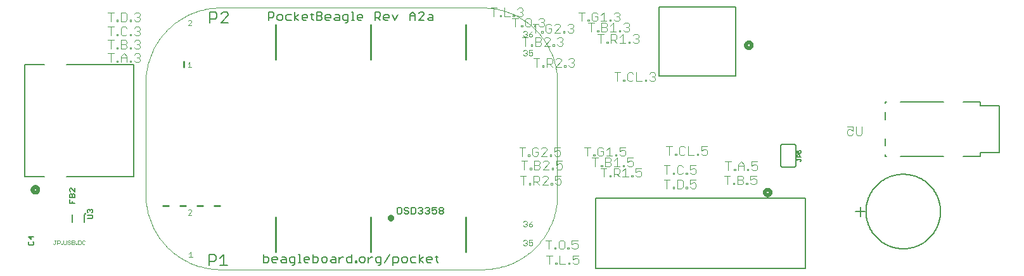
<source format=gbr>
G04 EAGLE Gerber RS-274X export*
G75*
%MOMM*%
%FSLAX34Y34*%
%LPD*%
%INSilkscreen Top*%
%IPPOS*%
%AMOC8*
5,1,8,0,0,1.08239X$1,22.5*%
G01*
%ADD10C,0.152400*%
%ADD11C,0.000000*%
%ADD12C,0.203200*%
%ADD13C,0.254000*%
%ADD14C,0.500000*%
%ADD15C,0.101600*%
%ADD16C,0.127000*%
%ADD17C,0.508000*%
%ADD18C,0.076200*%
%ADD19C,0.050800*%


D10*
X505464Y86621D02*
X502583Y86621D01*
X501142Y85181D01*
X501142Y79419D01*
X502583Y77978D01*
X505464Y77978D01*
X506904Y79419D01*
X506904Y85181D01*
X505464Y86621D01*
X514819Y86621D02*
X516259Y85181D01*
X514819Y86621D02*
X511938Y86621D01*
X510497Y85181D01*
X510497Y83740D01*
X511938Y82300D01*
X514819Y82300D01*
X516259Y80859D01*
X516259Y79419D01*
X514819Y77978D01*
X511938Y77978D01*
X510497Y79419D01*
X519852Y77978D02*
X519852Y86621D01*
X519852Y77978D02*
X524174Y77978D01*
X525615Y79419D01*
X525615Y85181D01*
X524174Y86621D01*
X519852Y86621D01*
X529208Y85181D02*
X530648Y86621D01*
X533529Y86621D01*
X534970Y85181D01*
X534970Y83740D01*
X533529Y82300D01*
X532089Y82300D01*
X533529Y82300D02*
X534970Y80859D01*
X534970Y79419D01*
X533529Y77978D01*
X530648Y77978D01*
X529208Y79419D01*
X538563Y85181D02*
X540003Y86621D01*
X542884Y86621D01*
X544325Y85181D01*
X544325Y83740D01*
X542884Y82300D01*
X541444Y82300D01*
X542884Y82300D02*
X544325Y80859D01*
X544325Y79419D01*
X542884Y77978D01*
X540003Y77978D01*
X538563Y79419D01*
X547918Y86621D02*
X553680Y86621D01*
X547918Y86621D02*
X547918Y82300D01*
X550799Y83740D01*
X552240Y83740D01*
X553680Y82300D01*
X553680Y79419D01*
X552240Y77978D01*
X549359Y77978D01*
X547918Y79419D01*
X557273Y85181D02*
X558714Y86621D01*
X561595Y86621D01*
X563035Y85181D01*
X563035Y83740D01*
X561595Y82300D01*
X563035Y80859D01*
X563035Y79419D01*
X561595Y77978D01*
X558714Y77978D01*
X557273Y79419D01*
X557273Y80859D01*
X558714Y82300D01*
X557273Y83740D01*
X557273Y85181D01*
X558714Y82300D02*
X561595Y82300D01*
D11*
X615100Y353810D02*
X265100Y353810D01*
X262684Y353781D01*
X260269Y353693D01*
X257857Y353547D01*
X255449Y353343D01*
X253046Y353081D01*
X250651Y352761D01*
X248264Y352383D01*
X245887Y351947D01*
X243522Y351454D01*
X241168Y350904D01*
X238829Y350298D01*
X236505Y349635D01*
X234198Y348916D01*
X231909Y348141D01*
X229640Y347312D01*
X227391Y346427D01*
X225164Y345489D01*
X222960Y344497D01*
X220781Y343453D01*
X218628Y342356D01*
X216502Y341207D01*
X214404Y340007D01*
X212336Y338757D01*
X210299Y337457D01*
X208294Y336108D01*
X206321Y334712D01*
X204384Y333268D01*
X202481Y331777D01*
X200616Y330242D01*
X198788Y328661D01*
X196998Y327037D01*
X195249Y325370D01*
X193540Y323661D01*
X191873Y321912D01*
X190249Y320122D01*
X188668Y318294D01*
X187133Y316429D01*
X185642Y314526D01*
X184198Y312589D01*
X182802Y310616D01*
X181453Y308611D01*
X180153Y306574D01*
X178903Y304506D01*
X177703Y302408D01*
X176554Y300282D01*
X175457Y298129D01*
X174413Y295950D01*
X173421Y293746D01*
X172483Y291519D01*
X171598Y289270D01*
X170769Y287001D01*
X169994Y284712D01*
X169275Y282405D01*
X168612Y280081D01*
X168006Y277742D01*
X167456Y275388D01*
X166963Y273023D01*
X166527Y270646D01*
X166149Y268259D01*
X165829Y265864D01*
X165567Y263461D01*
X165363Y261053D01*
X165217Y258641D01*
X165129Y256226D01*
X165100Y253810D01*
X165100Y103810D01*
X165129Y101394D01*
X165217Y98979D01*
X165363Y96567D01*
X165567Y94159D01*
X165829Y91756D01*
X166149Y89361D01*
X166527Y86974D01*
X166963Y84597D01*
X167456Y82232D01*
X168006Y79878D01*
X168612Y77539D01*
X169275Y75215D01*
X169994Y72908D01*
X170769Y70619D01*
X171598Y68350D01*
X172483Y66101D01*
X173421Y63874D01*
X174413Y61670D01*
X175457Y59491D01*
X176554Y57338D01*
X177703Y55212D01*
X178903Y53114D01*
X180153Y51046D01*
X181453Y49009D01*
X182802Y47004D01*
X184198Y45031D01*
X185642Y43094D01*
X187133Y41191D01*
X188668Y39326D01*
X190249Y37498D01*
X191873Y35708D01*
X193540Y33959D01*
X195249Y32250D01*
X196998Y30583D01*
X198788Y28959D01*
X200616Y27378D01*
X202481Y25843D01*
X204384Y24352D01*
X206321Y22908D01*
X208294Y21512D01*
X210299Y20163D01*
X212336Y18863D01*
X214404Y17613D01*
X216502Y16413D01*
X218628Y15264D01*
X220781Y14167D01*
X222960Y13123D01*
X225164Y12131D01*
X227391Y11193D01*
X229640Y10308D01*
X231909Y9479D01*
X234198Y8704D01*
X236505Y7985D01*
X238829Y7322D01*
X241168Y6716D01*
X243522Y6166D01*
X245887Y5673D01*
X248264Y5237D01*
X250651Y4859D01*
X253046Y4539D01*
X255449Y4277D01*
X257857Y4073D01*
X260269Y3927D01*
X262684Y3839D01*
X265100Y3810D01*
X615100Y3810D01*
X617516Y3839D01*
X619931Y3927D01*
X622343Y4073D01*
X624751Y4277D01*
X627154Y4539D01*
X629549Y4859D01*
X631936Y5237D01*
X634313Y5673D01*
X636678Y6166D01*
X639032Y6716D01*
X641371Y7322D01*
X643695Y7985D01*
X646002Y8704D01*
X648291Y9479D01*
X650560Y10308D01*
X652809Y11193D01*
X655036Y12131D01*
X657240Y13123D01*
X659419Y14167D01*
X661572Y15264D01*
X663698Y16413D01*
X665796Y17613D01*
X667864Y18863D01*
X669901Y20163D01*
X671906Y21512D01*
X673879Y22908D01*
X675816Y24352D01*
X677719Y25843D01*
X679584Y27378D01*
X681412Y28959D01*
X683202Y30583D01*
X684951Y32250D01*
X686660Y33959D01*
X688327Y35708D01*
X689951Y37498D01*
X691532Y39326D01*
X693067Y41191D01*
X694558Y43094D01*
X696002Y45031D01*
X697398Y47004D01*
X698747Y49009D01*
X700047Y51046D01*
X701297Y53114D01*
X702497Y55212D01*
X703646Y57338D01*
X704743Y59491D01*
X705787Y61670D01*
X706779Y63874D01*
X707717Y66101D01*
X708602Y68350D01*
X709431Y70619D01*
X710206Y72908D01*
X710925Y75215D01*
X711588Y77539D01*
X712194Y79878D01*
X712744Y82232D01*
X713237Y84597D01*
X713673Y86974D01*
X714051Y89361D01*
X714371Y91756D01*
X714633Y94159D01*
X714837Y96567D01*
X714983Y98979D01*
X715071Y101394D01*
X715100Y103810D01*
X715100Y253810D01*
X715071Y256226D01*
X714983Y258641D01*
X714837Y261053D01*
X714633Y263461D01*
X714371Y265864D01*
X714051Y268259D01*
X713673Y270646D01*
X713237Y273023D01*
X712744Y275388D01*
X712194Y277742D01*
X711588Y280081D01*
X710925Y282405D01*
X710206Y284712D01*
X709431Y287001D01*
X708602Y289270D01*
X707717Y291519D01*
X706779Y293746D01*
X705787Y295950D01*
X704743Y298129D01*
X703646Y300282D01*
X702497Y302408D01*
X701297Y304506D01*
X700047Y306574D01*
X698747Y308611D01*
X697398Y310616D01*
X696002Y312589D01*
X694558Y314526D01*
X693067Y316429D01*
X691532Y318294D01*
X689951Y320122D01*
X688327Y321912D01*
X686660Y323661D01*
X684951Y325370D01*
X683202Y327037D01*
X681412Y328661D01*
X679584Y330242D01*
X677719Y331777D01*
X675816Y333268D01*
X673879Y334712D01*
X671906Y336108D01*
X669901Y337457D01*
X667864Y338757D01*
X665796Y340007D01*
X663698Y341207D01*
X661572Y342356D01*
X659419Y343453D01*
X657240Y344497D01*
X655036Y345489D01*
X652809Y346427D01*
X650560Y347312D01*
X648291Y348141D01*
X646002Y348916D01*
X643695Y349635D01*
X641371Y350298D01*
X639032Y350904D01*
X636678Y351454D01*
X634313Y351947D01*
X631936Y352383D01*
X629549Y352761D01*
X627154Y353081D01*
X624751Y353343D01*
X622343Y353547D01*
X619931Y353693D01*
X617516Y353781D01*
X615100Y353810D01*
D12*
X329131Y347989D02*
X329131Y337312D01*
X329131Y347989D02*
X334469Y347989D01*
X336249Y346210D01*
X336249Y342651D01*
X334469Y340871D01*
X329131Y340871D01*
X342604Y337312D02*
X346163Y337312D01*
X347943Y339092D01*
X347943Y342651D01*
X346163Y344430D01*
X342604Y344430D01*
X340825Y342651D01*
X340825Y339092D01*
X342604Y337312D01*
X354298Y344430D02*
X359637Y344430D01*
X354298Y344430D02*
X352519Y342651D01*
X352519Y339092D01*
X354298Y337312D01*
X359637Y337312D01*
X364212Y337312D02*
X364212Y347989D01*
X364212Y340871D02*
X369551Y337312D01*
X364212Y340871D02*
X369551Y344430D01*
X375737Y337312D02*
X379296Y337312D01*
X375737Y337312D02*
X373957Y339092D01*
X373957Y342651D01*
X375737Y344430D01*
X379296Y344430D01*
X381076Y342651D01*
X381076Y340871D01*
X373957Y340871D01*
X387431Y339092D02*
X387431Y346210D01*
X387431Y339092D02*
X389210Y337312D01*
X389210Y344430D02*
X385651Y344430D01*
X393447Y347989D02*
X393447Y337312D01*
X393447Y347989D02*
X398786Y347989D01*
X400565Y346210D01*
X400565Y344430D01*
X398786Y342651D01*
X400565Y340871D01*
X400565Y339092D01*
X398786Y337312D01*
X393447Y337312D01*
X393447Y342651D02*
X398786Y342651D01*
X406921Y337312D02*
X410480Y337312D01*
X406921Y337312D02*
X405141Y339092D01*
X405141Y342651D01*
X406921Y344430D01*
X410480Y344430D01*
X412259Y342651D01*
X412259Y340871D01*
X405141Y340871D01*
X418615Y344430D02*
X422174Y344430D01*
X423953Y342651D01*
X423953Y337312D01*
X418615Y337312D01*
X416835Y339092D01*
X418615Y340871D01*
X423953Y340871D01*
X432088Y333753D02*
X433868Y333753D01*
X435647Y335533D01*
X435647Y344430D01*
X430309Y344430D01*
X428529Y342651D01*
X428529Y339092D01*
X430309Y337312D01*
X435647Y337312D01*
X440223Y347989D02*
X442003Y347989D01*
X442003Y337312D01*
X443782Y337312D02*
X440223Y337312D01*
X449799Y337312D02*
X453358Y337312D01*
X449799Y337312D02*
X448019Y339092D01*
X448019Y342651D01*
X449799Y344430D01*
X453358Y344430D01*
X455137Y342651D01*
X455137Y340871D01*
X448019Y340871D01*
X471407Y337312D02*
X471407Y347989D01*
X476746Y347989D01*
X478525Y346210D01*
X478525Y342651D01*
X476746Y340871D01*
X471407Y340871D01*
X474966Y340871D02*
X478525Y337312D01*
X484881Y337312D02*
X488440Y337312D01*
X484881Y337312D02*
X483101Y339092D01*
X483101Y342651D01*
X484881Y344430D01*
X488440Y344430D01*
X490219Y342651D01*
X490219Y340871D01*
X483101Y340871D01*
X494795Y344430D02*
X498354Y337312D01*
X501913Y344430D01*
X518183Y344430D02*
X518183Y337312D01*
X518183Y344430D02*
X521742Y347989D01*
X525301Y344430D01*
X525301Y337312D01*
X525301Y342651D02*
X518183Y342651D01*
X529877Y337312D02*
X536995Y337312D01*
X529877Y337312D02*
X536995Y344430D01*
X536995Y346210D01*
X535216Y347989D01*
X531657Y347989D01*
X529877Y346210D01*
X543350Y344430D02*
X546910Y344430D01*
X548689Y342651D01*
X548689Y337312D01*
X543350Y337312D01*
X541571Y339092D01*
X543350Y340871D01*
X548689Y340871D01*
X322309Y23885D02*
X322309Y13208D01*
X327648Y13208D01*
X329427Y14988D01*
X329427Y18547D01*
X327648Y20326D01*
X322309Y20326D01*
X335783Y13208D02*
X339342Y13208D01*
X335783Y13208D02*
X334003Y14988D01*
X334003Y18547D01*
X335783Y20326D01*
X339342Y20326D01*
X341121Y18547D01*
X341121Y16767D01*
X334003Y16767D01*
X347477Y20326D02*
X351036Y20326D01*
X352815Y18547D01*
X352815Y13208D01*
X347477Y13208D01*
X345697Y14988D01*
X347477Y16767D01*
X352815Y16767D01*
X360950Y9649D02*
X362730Y9649D01*
X364509Y11429D01*
X364509Y20326D01*
X359170Y20326D01*
X357391Y18547D01*
X357391Y14988D01*
X359170Y13208D01*
X364509Y13208D01*
X369085Y23885D02*
X370864Y23885D01*
X370864Y13208D01*
X369085Y13208D02*
X372644Y13208D01*
X378660Y13208D02*
X382219Y13208D01*
X378660Y13208D02*
X376881Y14988D01*
X376881Y18547D01*
X378660Y20326D01*
X382219Y20326D01*
X383999Y18547D01*
X383999Y16767D01*
X376881Y16767D01*
X388575Y13208D02*
X388575Y23885D01*
X388575Y13208D02*
X393913Y13208D01*
X395693Y14988D01*
X395693Y18547D01*
X393913Y20326D01*
X388575Y20326D01*
X402048Y13208D02*
X405607Y13208D01*
X407387Y14988D01*
X407387Y18547D01*
X405607Y20326D01*
X402048Y20326D01*
X400269Y18547D01*
X400269Y14988D01*
X402048Y13208D01*
X413742Y20326D02*
X417301Y20326D01*
X419081Y18547D01*
X419081Y13208D01*
X413742Y13208D01*
X411963Y14988D01*
X413742Y16767D01*
X419081Y16767D01*
X423657Y13208D02*
X423657Y20326D01*
X423657Y16767D02*
X427216Y20326D01*
X428995Y20326D01*
X440520Y23885D02*
X440520Y13208D01*
X435181Y13208D01*
X433402Y14988D01*
X433402Y18547D01*
X435181Y20326D01*
X440520Y20326D01*
X445096Y14988D02*
X445096Y13208D01*
X445096Y14988D02*
X446875Y14988D01*
X446875Y13208D01*
X445096Y13208D01*
X452722Y13208D02*
X456281Y13208D01*
X458061Y14988D01*
X458061Y18547D01*
X456281Y20326D01*
X452722Y20326D01*
X450943Y18547D01*
X450943Y14988D01*
X452722Y13208D01*
X462637Y13208D02*
X462637Y20326D01*
X462637Y16767D02*
X466196Y20326D01*
X467975Y20326D01*
X475941Y9649D02*
X477720Y9649D01*
X479500Y11429D01*
X479500Y20326D01*
X474161Y20326D01*
X472382Y18547D01*
X472382Y14988D01*
X474161Y13208D01*
X479500Y13208D01*
X484076Y13208D02*
X491194Y23885D01*
X495770Y20326D02*
X495770Y9649D01*
X495770Y20326D02*
X501108Y20326D01*
X502888Y18547D01*
X502888Y14988D01*
X501108Y13208D01*
X495770Y13208D01*
X509243Y13208D02*
X512802Y13208D01*
X514582Y14988D01*
X514582Y18547D01*
X512802Y20326D01*
X509243Y20326D01*
X507464Y18547D01*
X507464Y14988D01*
X509243Y13208D01*
X520937Y20326D02*
X526276Y20326D01*
X520937Y20326D02*
X519158Y18547D01*
X519158Y14988D01*
X520937Y13208D01*
X526276Y13208D01*
X530851Y13208D02*
X530851Y23885D01*
X530851Y16767D02*
X536190Y13208D01*
X530851Y16767D02*
X536190Y20326D01*
X542376Y13208D02*
X545935Y13208D01*
X542376Y13208D02*
X540596Y14988D01*
X540596Y18547D01*
X542376Y20326D01*
X545935Y20326D01*
X547715Y18547D01*
X547715Y16767D01*
X540596Y16767D01*
X554070Y14988D02*
X554070Y22106D01*
X554070Y14988D02*
X555849Y13208D01*
X555849Y20326D02*
X552290Y20326D01*
D13*
X338582Y27432D02*
X338582Y73914D01*
X338582Y284988D02*
X338582Y331470D01*
X465582Y73914D02*
X465582Y27432D01*
X592582Y27432D02*
X592582Y73914D01*
X465582Y284988D02*
X465582Y331470D01*
X592582Y331470D02*
X592582Y284988D01*
D12*
X249466Y23888D02*
X249466Y9398D01*
X249466Y23888D02*
X256711Y23888D01*
X259126Y21473D01*
X259126Y16643D01*
X256711Y14228D01*
X249466Y14228D01*
X264668Y19058D02*
X269498Y23888D01*
X269498Y9398D01*
X264668Y9398D02*
X274328Y9398D01*
X250736Y333756D02*
X250736Y348246D01*
X257981Y348246D01*
X260396Y345831D01*
X260396Y341001D01*
X257981Y338586D01*
X250736Y338586D01*
X265938Y333756D02*
X275598Y333756D01*
X265938Y333756D02*
X275598Y343416D01*
X275598Y345831D01*
X273183Y348246D01*
X268353Y348246D01*
X265938Y345831D01*
D13*
X218440Y88900D02*
X210820Y88900D01*
X233680Y88900D02*
X241300Y88900D01*
X195580Y88900D02*
X187960Y88900D01*
X256540Y88900D02*
X264160Y88900D01*
D14*
X490964Y72390D02*
X490966Y72474D01*
X490972Y72558D01*
X490982Y72642D01*
X490995Y72725D01*
X491013Y72807D01*
X491035Y72889D01*
X491060Y72969D01*
X491089Y73048D01*
X491122Y73126D01*
X491158Y73202D01*
X491198Y73276D01*
X491241Y73348D01*
X491287Y73418D01*
X491337Y73486D01*
X491390Y73552D01*
X491446Y73615D01*
X491505Y73675D01*
X491567Y73732D01*
X491631Y73787D01*
X491698Y73838D01*
X491767Y73886D01*
X491838Y73931D01*
X491911Y73973D01*
X491986Y74011D01*
X492063Y74045D01*
X492141Y74076D01*
X492221Y74103D01*
X492302Y74127D01*
X492384Y74146D01*
X492467Y74162D01*
X492550Y74174D01*
X492634Y74182D01*
X492718Y74186D01*
X492802Y74186D01*
X492886Y74182D01*
X492970Y74174D01*
X493053Y74162D01*
X493136Y74146D01*
X493218Y74127D01*
X493299Y74103D01*
X493379Y74076D01*
X493457Y74045D01*
X493534Y74011D01*
X493609Y73973D01*
X493682Y73931D01*
X493753Y73886D01*
X493822Y73838D01*
X493889Y73787D01*
X493953Y73732D01*
X494015Y73675D01*
X494074Y73615D01*
X494130Y73552D01*
X494183Y73486D01*
X494233Y73418D01*
X494279Y73348D01*
X494322Y73276D01*
X494362Y73202D01*
X494398Y73126D01*
X494431Y73048D01*
X494460Y72969D01*
X494485Y72889D01*
X494507Y72807D01*
X494525Y72725D01*
X494538Y72642D01*
X494548Y72558D01*
X494554Y72474D01*
X494556Y72390D01*
X494554Y72306D01*
X494548Y72222D01*
X494538Y72138D01*
X494525Y72055D01*
X494507Y71973D01*
X494485Y71891D01*
X494460Y71811D01*
X494431Y71732D01*
X494398Y71654D01*
X494362Y71578D01*
X494322Y71504D01*
X494279Y71432D01*
X494233Y71362D01*
X494183Y71294D01*
X494130Y71228D01*
X494074Y71165D01*
X494015Y71105D01*
X493953Y71048D01*
X493889Y70993D01*
X493822Y70942D01*
X493753Y70894D01*
X493682Y70849D01*
X493609Y70807D01*
X493534Y70769D01*
X493457Y70735D01*
X493379Y70704D01*
X493299Y70677D01*
X493218Y70653D01*
X493136Y70634D01*
X493053Y70618D01*
X492970Y70606D01*
X492886Y70598D01*
X492802Y70594D01*
X492718Y70594D01*
X492634Y70598D01*
X492550Y70606D01*
X492467Y70618D01*
X492384Y70634D01*
X492302Y70653D01*
X492221Y70677D01*
X492141Y70704D01*
X492063Y70735D01*
X491986Y70769D01*
X491911Y70807D01*
X491838Y70849D01*
X491767Y70894D01*
X491698Y70942D01*
X491631Y70993D01*
X491567Y71048D01*
X491505Y71105D01*
X491446Y71165D01*
X491390Y71228D01*
X491337Y71294D01*
X491287Y71362D01*
X491241Y71432D01*
X491198Y71504D01*
X491158Y71578D01*
X491122Y71654D01*
X491089Y71732D01*
X491060Y71811D01*
X491035Y71891D01*
X491013Y71973D01*
X490995Y72055D01*
X490982Y72138D01*
X490972Y72222D01*
X490966Y72306D01*
X490964Y72390D01*
D15*
X225199Y27438D02*
X222826Y25065D01*
X225199Y27438D02*
X225199Y20320D01*
X227571Y20320D02*
X222826Y20320D01*
X221556Y330200D02*
X226301Y330200D01*
X221556Y330200D02*
X226301Y334945D01*
X226301Y336132D01*
X225115Y337318D01*
X222742Y337318D01*
X221556Y336132D01*
X669798Y321146D02*
X670984Y322332D01*
X673357Y322332D01*
X674543Y321146D01*
X674543Y319959D01*
X673357Y318773D01*
X672171Y318773D01*
X673357Y318773D02*
X674543Y317587D01*
X674543Y316400D01*
X673357Y315214D01*
X670984Y315214D01*
X669798Y316400D01*
X679655Y321146D02*
X682028Y322332D01*
X679655Y321146D02*
X677282Y318773D01*
X677282Y316400D01*
X678469Y315214D01*
X680841Y315214D01*
X682028Y316400D01*
X682028Y317587D01*
X680841Y318773D01*
X677282Y318773D01*
X670984Y42932D02*
X669798Y41746D01*
X670984Y42932D02*
X673357Y42932D01*
X674543Y41746D01*
X674543Y40559D01*
X673357Y39373D01*
X672171Y39373D01*
X673357Y39373D02*
X674543Y38187D01*
X674543Y37000D01*
X673357Y35814D01*
X670984Y35814D01*
X669798Y37000D01*
X677282Y42932D02*
X682028Y42932D01*
X677282Y42932D02*
X677282Y39373D01*
X679655Y40559D01*
X680841Y40559D01*
X682028Y39373D01*
X682028Y37000D01*
X680841Y35814D01*
X678469Y35814D01*
X677282Y37000D01*
X669798Y295746D02*
X670984Y296932D01*
X673357Y296932D01*
X674543Y295746D01*
X674543Y294559D01*
X673357Y293373D01*
X672171Y293373D01*
X673357Y293373D02*
X674543Y292187D01*
X674543Y291000D01*
X673357Y289814D01*
X670984Y289814D01*
X669798Y291000D01*
X677282Y296932D02*
X682028Y296932D01*
X677282Y296932D02*
X677282Y293373D01*
X679655Y294559D01*
X680841Y294559D01*
X682028Y293373D01*
X682028Y291000D01*
X680841Y289814D01*
X678469Y289814D01*
X677282Y291000D01*
X670984Y68332D02*
X669798Y67146D01*
X670984Y68332D02*
X673357Y68332D01*
X674543Y67146D01*
X674543Y65959D01*
X673357Y64773D01*
X672171Y64773D01*
X673357Y64773D02*
X674543Y63587D01*
X674543Y62400D01*
X673357Y61214D01*
X670984Y61214D01*
X669798Y62400D01*
X679655Y67146D02*
X682028Y68332D01*
X679655Y67146D02*
X677282Y64773D01*
X677282Y62400D01*
X678469Y61214D01*
X680841Y61214D01*
X682028Y62400D01*
X682028Y63587D01*
X680841Y64773D01*
X677282Y64773D01*
X226301Y76708D02*
X221556Y76708D01*
X226301Y81453D01*
X226301Y82640D01*
X225115Y83826D01*
X222742Y83826D01*
X221556Y82640D01*
X221556Y279065D02*
X223929Y281438D01*
X223929Y274320D01*
X226301Y274320D02*
X221556Y274320D01*
D13*
X215900Y274320D02*
X215900Y281940D01*
D16*
X66730Y77390D02*
X66730Y67390D01*
X83130Y67390D02*
X83130Y77390D01*
X84130Y78590D02*
X84132Y78621D01*
X84138Y78652D01*
X84148Y78682D01*
X84161Y78710D01*
X84178Y78737D01*
X84198Y78761D01*
X84221Y78783D01*
X84246Y78801D01*
X84274Y78816D01*
X84303Y78828D01*
X84333Y78836D01*
X84364Y78840D01*
X84396Y78840D01*
X84427Y78836D01*
X84457Y78828D01*
X84486Y78816D01*
X84514Y78801D01*
X84539Y78783D01*
X84562Y78761D01*
X84582Y78737D01*
X84599Y78710D01*
X84612Y78682D01*
X84622Y78652D01*
X84628Y78621D01*
X84630Y78590D01*
X84628Y78559D01*
X84622Y78528D01*
X84612Y78498D01*
X84599Y78470D01*
X84582Y78443D01*
X84562Y78419D01*
X84539Y78397D01*
X84514Y78379D01*
X84486Y78364D01*
X84457Y78352D01*
X84427Y78344D01*
X84396Y78340D01*
X84364Y78340D01*
X84333Y78344D01*
X84303Y78352D01*
X84274Y78364D01*
X84246Y78379D01*
X84221Y78397D01*
X84198Y78419D01*
X84178Y78443D01*
X84161Y78470D01*
X84148Y78498D01*
X84138Y78528D01*
X84132Y78559D01*
X84130Y78590D01*
X87243Y72027D02*
X92963Y72027D01*
X94107Y73171D01*
X94107Y75459D01*
X92963Y76603D01*
X87243Y76603D01*
X88387Y79511D02*
X87243Y80655D01*
X87243Y82943D01*
X88387Y84087D01*
X89531Y84087D01*
X90675Y82943D01*
X90675Y81799D01*
X90675Y82943D02*
X91819Y84087D01*
X92963Y84087D01*
X94107Y82943D01*
X94107Y80655D01*
X92963Y79511D01*
X9647Y40907D02*
X8503Y39763D01*
X8503Y37475D01*
X9647Y36331D01*
X14223Y36331D01*
X15367Y37475D01*
X15367Y39763D01*
X14223Y40907D01*
X15367Y47247D02*
X8503Y47247D01*
X11935Y43815D01*
X11935Y48391D01*
X63349Y92787D02*
X70213Y92787D01*
X63349Y92787D02*
X63349Y97363D01*
X66781Y95075D02*
X66781Y92787D01*
X70213Y100271D02*
X63349Y100271D01*
X63349Y103703D01*
X64493Y104847D01*
X65637Y104847D01*
X66781Y103703D01*
X67925Y104847D01*
X69069Y104847D01*
X70213Y103703D01*
X70213Y100271D01*
X66781Y100271D02*
X66781Y103703D01*
X70213Y107755D02*
X70213Y112331D01*
X70213Y107755D02*
X65637Y112331D01*
X64493Y112331D01*
X63349Y111187D01*
X63349Y108899D01*
X64493Y107755D01*
D10*
X766572Y98806D02*
X1046988Y98806D01*
X766572Y98806D02*
X766572Y5334D01*
X1046988Y5334D01*
X1046988Y98806D01*
D17*
X999998Y106680D02*
X999996Y106802D01*
X999990Y106924D01*
X999980Y107046D01*
X999967Y107167D01*
X999949Y107288D01*
X999928Y107408D01*
X999902Y107528D01*
X999873Y107646D01*
X999841Y107764D01*
X999804Y107881D01*
X999764Y107996D01*
X999720Y108110D01*
X999672Y108222D01*
X999621Y108333D01*
X999566Y108442D01*
X999508Y108550D01*
X999446Y108655D01*
X999381Y108758D01*
X999313Y108860D01*
X999241Y108959D01*
X999167Y109055D01*
X999089Y109150D01*
X999008Y109241D01*
X998925Y109331D01*
X998839Y109417D01*
X998749Y109500D01*
X998658Y109581D01*
X998563Y109659D01*
X998467Y109733D01*
X998368Y109805D01*
X998266Y109873D01*
X998163Y109938D01*
X998058Y110000D01*
X997950Y110058D01*
X997841Y110113D01*
X997730Y110164D01*
X997618Y110212D01*
X997504Y110256D01*
X997389Y110296D01*
X997272Y110333D01*
X997154Y110365D01*
X997036Y110394D01*
X996916Y110420D01*
X996796Y110441D01*
X996675Y110459D01*
X996554Y110472D01*
X996432Y110482D01*
X996310Y110488D01*
X996188Y110490D01*
X996066Y110488D01*
X995944Y110482D01*
X995822Y110472D01*
X995701Y110459D01*
X995580Y110441D01*
X995460Y110420D01*
X995340Y110394D01*
X995222Y110365D01*
X995104Y110333D01*
X994987Y110296D01*
X994872Y110256D01*
X994758Y110212D01*
X994646Y110164D01*
X994535Y110113D01*
X994426Y110058D01*
X994318Y110000D01*
X994213Y109938D01*
X994110Y109873D01*
X994008Y109805D01*
X993909Y109733D01*
X993813Y109659D01*
X993718Y109581D01*
X993627Y109500D01*
X993537Y109417D01*
X993451Y109331D01*
X993368Y109241D01*
X993287Y109150D01*
X993209Y109055D01*
X993135Y108959D01*
X993063Y108860D01*
X992995Y108758D01*
X992930Y108655D01*
X992868Y108550D01*
X992810Y108442D01*
X992755Y108333D01*
X992704Y108222D01*
X992656Y108110D01*
X992612Y107996D01*
X992572Y107881D01*
X992535Y107764D01*
X992503Y107646D01*
X992474Y107528D01*
X992448Y107408D01*
X992427Y107288D01*
X992409Y107167D01*
X992396Y107046D01*
X992386Y106924D01*
X992380Y106802D01*
X992378Y106680D01*
X992380Y106558D01*
X992386Y106436D01*
X992396Y106314D01*
X992409Y106193D01*
X992427Y106072D01*
X992448Y105952D01*
X992474Y105832D01*
X992503Y105714D01*
X992535Y105596D01*
X992572Y105479D01*
X992612Y105364D01*
X992656Y105250D01*
X992704Y105138D01*
X992755Y105027D01*
X992810Y104918D01*
X992868Y104810D01*
X992930Y104705D01*
X992995Y104602D01*
X993063Y104500D01*
X993135Y104401D01*
X993209Y104305D01*
X993287Y104210D01*
X993368Y104119D01*
X993451Y104029D01*
X993537Y103943D01*
X993627Y103860D01*
X993718Y103779D01*
X993813Y103701D01*
X993909Y103627D01*
X994008Y103555D01*
X994110Y103487D01*
X994213Y103422D01*
X994318Y103360D01*
X994426Y103302D01*
X994535Y103247D01*
X994646Y103196D01*
X994758Y103148D01*
X994872Y103104D01*
X994987Y103064D01*
X995104Y103027D01*
X995222Y102995D01*
X995340Y102966D01*
X995460Y102940D01*
X995580Y102919D01*
X995701Y102901D01*
X995822Y102888D01*
X995944Y102878D01*
X996066Y102872D01*
X996188Y102870D01*
X996310Y102872D01*
X996432Y102878D01*
X996554Y102888D01*
X996675Y102901D01*
X996796Y102919D01*
X996916Y102940D01*
X997036Y102966D01*
X997154Y102995D01*
X997272Y103027D01*
X997389Y103064D01*
X997504Y103104D01*
X997618Y103148D01*
X997730Y103196D01*
X997841Y103247D01*
X997950Y103302D01*
X998058Y103360D01*
X998163Y103422D01*
X998266Y103487D01*
X998368Y103555D01*
X998467Y103627D01*
X998563Y103701D01*
X998658Y103779D01*
X998749Y103860D01*
X998839Y103943D01*
X998925Y104029D01*
X999008Y104119D01*
X999089Y104210D01*
X999167Y104305D01*
X999241Y104401D01*
X999313Y104500D01*
X999381Y104602D01*
X999446Y104705D01*
X999508Y104810D01*
X999566Y104918D01*
X999621Y105027D01*
X999672Y105138D01*
X999720Y105250D01*
X999764Y105364D01*
X999804Y105479D01*
X999841Y105596D01*
X999873Y105714D01*
X999902Y105832D01*
X999928Y105952D01*
X999949Y106072D01*
X999967Y106193D01*
X999980Y106314D01*
X999990Y106436D01*
X999996Y106558D01*
X999998Y106680D01*
D15*
X943287Y136548D02*
X943287Y148242D01*
X939389Y148242D02*
X947185Y148242D01*
X951083Y138497D02*
X951083Y136548D01*
X951083Y138497D02*
X953032Y138497D01*
X953032Y136548D01*
X951083Y136548D01*
X956930Y136548D02*
X956930Y144344D01*
X960828Y148242D01*
X964726Y144344D01*
X964726Y136548D01*
X964726Y142395D02*
X956930Y142395D01*
X968624Y138497D02*
X968624Y136548D01*
X968624Y138497D02*
X970573Y138497D01*
X970573Y136548D01*
X968624Y136548D01*
X974471Y148242D02*
X982267Y148242D01*
X974471Y148242D02*
X974471Y142395D01*
X978369Y144344D01*
X980318Y144344D01*
X982267Y142395D01*
X982267Y138497D01*
X980318Y136548D01*
X976420Y136548D01*
X974471Y138497D01*
X942017Y129192D02*
X942017Y117498D01*
X938119Y129192D02*
X945915Y129192D01*
X949813Y119447D02*
X949813Y117498D01*
X949813Y119447D02*
X951762Y119447D01*
X951762Y117498D01*
X949813Y117498D01*
X955660Y117498D02*
X955660Y129192D01*
X961507Y129192D01*
X963456Y127243D01*
X963456Y125294D01*
X961507Y123345D01*
X963456Y121396D01*
X963456Y119447D01*
X961507Y117498D01*
X955660Y117498D01*
X955660Y123345D02*
X961507Y123345D01*
X967354Y119447D02*
X967354Y117498D01*
X967354Y119447D02*
X969303Y119447D01*
X969303Y117498D01*
X967354Y117498D01*
X973201Y129192D02*
X980997Y129192D01*
X973201Y129192D02*
X973201Y123345D01*
X977099Y125294D01*
X979048Y125294D01*
X980997Y123345D01*
X980997Y119447D01*
X979048Y117498D01*
X975150Y117498D01*
X973201Y119447D01*
X861519Y131168D02*
X861519Y142862D01*
X857621Y142862D02*
X865417Y142862D01*
X869315Y133117D02*
X869315Y131168D01*
X869315Y133117D02*
X871264Y133117D01*
X871264Y131168D01*
X869315Y131168D01*
X881009Y142862D02*
X882958Y140913D01*
X881009Y142862D02*
X877111Y142862D01*
X875162Y140913D01*
X875162Y133117D01*
X877111Y131168D01*
X881009Y131168D01*
X882958Y133117D01*
X886856Y133117D02*
X886856Y131168D01*
X886856Y133117D02*
X888805Y133117D01*
X888805Y131168D01*
X886856Y131168D01*
X892703Y142862D02*
X900499Y142862D01*
X892703Y142862D02*
X892703Y137015D01*
X896601Y138964D01*
X898550Y138964D01*
X900499Y137015D01*
X900499Y133117D01*
X898550Y131168D01*
X894652Y131168D01*
X892703Y133117D01*
X861519Y123812D02*
X861519Y112118D01*
X857621Y123812D02*
X865417Y123812D01*
X869315Y114067D02*
X869315Y112118D01*
X869315Y114067D02*
X871264Y114067D01*
X871264Y112118D01*
X869315Y112118D01*
X875162Y112118D02*
X875162Y123812D01*
X875162Y112118D02*
X881009Y112118D01*
X882958Y114067D01*
X882958Y121863D01*
X881009Y123812D01*
X875162Y123812D01*
X886856Y114067D02*
X886856Y112118D01*
X886856Y114067D02*
X888805Y114067D01*
X888805Y112118D01*
X886856Y112118D01*
X892703Y123812D02*
X900499Y123812D01*
X892703Y123812D02*
X892703Y117965D01*
X896601Y119914D01*
X898550Y119914D01*
X900499Y117965D01*
X900499Y114067D01*
X898550Y112118D01*
X894652Y112118D01*
X892703Y114067D01*
X704527Y22512D02*
X704527Y10818D01*
X700629Y22512D02*
X708425Y22512D01*
X712323Y12767D02*
X712323Y10818D01*
X712323Y12767D02*
X714272Y12767D01*
X714272Y10818D01*
X712323Y10818D01*
X718170Y10818D02*
X718170Y22512D01*
X718170Y10818D02*
X725966Y10818D01*
X729864Y10818D02*
X729864Y12767D01*
X731813Y12767D01*
X731813Y10818D01*
X729864Y10818D01*
X735711Y22512D02*
X743507Y22512D01*
X735711Y22512D02*
X735711Y16665D01*
X739609Y18614D01*
X741558Y18614D01*
X743507Y16665D01*
X743507Y12767D01*
X741558Y10818D01*
X737660Y10818D01*
X735711Y12767D01*
X703257Y31138D02*
X703257Y42832D01*
X699359Y42832D02*
X707155Y42832D01*
X711053Y33087D02*
X711053Y31138D01*
X711053Y33087D02*
X713002Y33087D01*
X713002Y31138D01*
X711053Y31138D01*
X718849Y42832D02*
X722747Y42832D01*
X718849Y42832D02*
X716900Y40883D01*
X716900Y33087D01*
X718849Y31138D01*
X722747Y31138D01*
X724696Y33087D01*
X724696Y40883D01*
X722747Y42832D01*
X728594Y33087D02*
X728594Y31138D01*
X728594Y33087D02*
X730543Y33087D01*
X730543Y31138D01*
X728594Y31138D01*
X734441Y42832D02*
X742237Y42832D01*
X734441Y42832D02*
X734441Y36985D01*
X738339Y38934D01*
X740288Y38934D01*
X742237Y36985D01*
X742237Y33087D01*
X740288Y31138D01*
X736390Y31138D01*
X734441Y33087D01*
X864547Y156868D02*
X864547Y168562D01*
X860649Y168562D02*
X868445Y168562D01*
X872343Y158817D02*
X872343Y156868D01*
X872343Y158817D02*
X874292Y158817D01*
X874292Y156868D01*
X872343Y156868D01*
X884037Y168562D02*
X885986Y166613D01*
X884037Y168562D02*
X880139Y168562D01*
X878190Y166613D01*
X878190Y158817D01*
X880139Y156868D01*
X884037Y156868D01*
X885986Y158817D01*
X889884Y156868D02*
X889884Y168562D01*
X889884Y156868D02*
X897680Y156868D01*
X901578Y156868D02*
X901578Y158817D01*
X903527Y158817D01*
X903527Y156868D01*
X901578Y156868D01*
X907425Y168562D02*
X915221Y168562D01*
X907425Y168562D02*
X907425Y162715D01*
X911323Y164664D01*
X913272Y164664D01*
X915221Y162715D01*
X915221Y158817D01*
X913272Y156868D01*
X909374Y156868D01*
X907425Y158817D01*
X776917Y139352D02*
X776917Y127658D01*
X773019Y139352D02*
X780815Y139352D01*
X784713Y129607D02*
X784713Y127658D01*
X784713Y129607D02*
X786662Y129607D01*
X786662Y127658D01*
X784713Y127658D01*
X790560Y127658D02*
X790560Y139352D01*
X796407Y139352D01*
X798356Y137403D01*
X798356Y133505D01*
X796407Y131556D01*
X790560Y131556D01*
X794458Y131556D02*
X798356Y127658D01*
X802254Y135454D02*
X806152Y139352D01*
X806152Y127658D01*
X802254Y127658D02*
X810050Y127658D01*
X813948Y127658D02*
X813948Y129607D01*
X815897Y129607D01*
X815897Y127658D01*
X813948Y127658D01*
X819795Y139352D02*
X827591Y139352D01*
X819795Y139352D02*
X819795Y133505D01*
X823693Y135454D01*
X825642Y135454D01*
X827591Y133505D01*
X827591Y129607D01*
X825642Y127658D01*
X821744Y127658D01*
X819795Y129607D01*
X765487Y141628D02*
X765487Y153322D01*
X761589Y153322D02*
X769385Y153322D01*
X773283Y143577D02*
X773283Y141628D01*
X773283Y143577D02*
X775232Y143577D01*
X775232Y141628D01*
X773283Y141628D01*
X779130Y141628D02*
X779130Y153322D01*
X784977Y153322D01*
X786926Y151373D01*
X786926Y149424D01*
X784977Y147475D01*
X786926Y145526D01*
X786926Y143577D01*
X784977Y141628D01*
X779130Y141628D01*
X779130Y147475D02*
X784977Y147475D01*
X790824Y149424D02*
X794722Y153322D01*
X794722Y141628D01*
X790824Y141628D02*
X798620Y141628D01*
X802518Y141628D02*
X802518Y143577D01*
X804467Y143577D01*
X804467Y141628D01*
X802518Y141628D01*
X808365Y153322D02*
X816161Y153322D01*
X808365Y153322D02*
X808365Y147475D01*
X812263Y149424D01*
X814212Y149424D01*
X816161Y147475D01*
X816161Y143577D01*
X814212Y141628D01*
X810314Y141628D01*
X808365Y143577D01*
X755327Y155598D02*
X755327Y167292D01*
X751429Y167292D02*
X759225Y167292D01*
X763123Y157547D02*
X763123Y155598D01*
X763123Y157547D02*
X765072Y157547D01*
X765072Y155598D01*
X763123Y155598D01*
X774817Y167292D02*
X776766Y165343D01*
X774817Y167292D02*
X770919Y167292D01*
X768970Y165343D01*
X768970Y157547D01*
X770919Y155598D01*
X774817Y155598D01*
X776766Y157547D01*
X776766Y161445D01*
X772868Y161445D01*
X780664Y163394D02*
X784562Y167292D01*
X784562Y155598D01*
X780664Y155598D02*
X788460Y155598D01*
X792358Y155598D02*
X792358Y157547D01*
X794307Y157547D01*
X794307Y155598D01*
X792358Y155598D01*
X798205Y167292D02*
X806001Y167292D01*
X798205Y167292D02*
X798205Y161445D01*
X802103Y163394D01*
X804052Y163394D01*
X806001Y161445D01*
X806001Y157547D01*
X804052Y155598D01*
X800154Y155598D01*
X798205Y157547D01*
X669485Y128892D02*
X669485Y117198D01*
X665587Y128892D02*
X673383Y128892D01*
X677281Y119147D02*
X677281Y117198D01*
X677281Y119147D02*
X679230Y119147D01*
X679230Y117198D01*
X677281Y117198D01*
X683128Y117198D02*
X683128Y128892D01*
X688975Y128892D01*
X690924Y126943D01*
X690924Y123045D01*
X688975Y121096D01*
X683128Y121096D01*
X687026Y121096D02*
X690924Y117198D01*
X694822Y117198D02*
X702618Y117198D01*
X694822Y117198D02*
X702618Y124994D01*
X702618Y126943D01*
X700669Y128892D01*
X696771Y128892D01*
X694822Y126943D01*
X706516Y119147D02*
X706516Y117198D01*
X706516Y119147D02*
X708465Y119147D01*
X708465Y117198D01*
X706516Y117198D01*
X712363Y128892D02*
X720159Y128892D01*
X712363Y128892D02*
X712363Y123045D01*
X716261Y124994D01*
X718210Y124994D01*
X720159Y123045D01*
X720159Y119147D01*
X718210Y117198D01*
X714312Y117198D01*
X712363Y119147D01*
X670755Y137518D02*
X670755Y149212D01*
X666857Y149212D02*
X674653Y149212D01*
X678551Y139467D02*
X678551Y137518D01*
X678551Y139467D02*
X680500Y139467D01*
X680500Y137518D01*
X678551Y137518D01*
X684398Y137518D02*
X684398Y149212D01*
X690245Y149212D01*
X692194Y147263D01*
X692194Y145314D01*
X690245Y143365D01*
X692194Y141416D01*
X692194Y139467D01*
X690245Y137518D01*
X684398Y137518D01*
X684398Y143365D02*
X690245Y143365D01*
X696092Y137518D02*
X703888Y137518D01*
X696092Y137518D02*
X703888Y145314D01*
X703888Y147263D01*
X701939Y149212D01*
X698041Y149212D01*
X696092Y147263D01*
X707786Y139467D02*
X707786Y137518D01*
X707786Y139467D02*
X709735Y139467D01*
X709735Y137518D01*
X707786Y137518D01*
X713633Y149212D02*
X721429Y149212D01*
X713633Y149212D02*
X713633Y143365D01*
X717531Y145314D01*
X719480Y145314D01*
X721429Y143365D01*
X721429Y139467D01*
X719480Y137518D01*
X715582Y137518D01*
X713633Y139467D01*
X668215Y155298D02*
X668215Y166992D01*
X664317Y166992D02*
X672113Y166992D01*
X676011Y157247D02*
X676011Y155298D01*
X676011Y157247D02*
X677960Y157247D01*
X677960Y155298D01*
X676011Y155298D01*
X687705Y166992D02*
X689654Y165043D01*
X687705Y166992D02*
X683807Y166992D01*
X681858Y165043D01*
X681858Y157247D01*
X683807Y155298D01*
X687705Y155298D01*
X689654Y157247D01*
X689654Y161145D01*
X685756Y161145D01*
X693552Y155298D02*
X701348Y155298D01*
X693552Y155298D02*
X701348Y163094D01*
X701348Y165043D01*
X699399Y166992D01*
X695501Y166992D01*
X693552Y165043D01*
X705246Y157247D02*
X705246Y155298D01*
X705246Y157247D02*
X707195Y157247D01*
X707195Y155298D01*
X705246Y155298D01*
X711093Y166992D02*
X718889Y166992D01*
X711093Y166992D02*
X711093Y161145D01*
X714991Y163094D01*
X716940Y163094D01*
X718889Y161145D01*
X718889Y157247D01*
X716940Y155298D01*
X713042Y155298D01*
X711093Y157247D01*
X118569Y281028D02*
X118569Y292722D01*
X114671Y292722D02*
X122467Y292722D01*
X126365Y282977D02*
X126365Y281028D01*
X126365Y282977D02*
X128314Y282977D01*
X128314Y281028D01*
X126365Y281028D01*
X132212Y281028D02*
X132212Y288824D01*
X136110Y292722D01*
X140008Y288824D01*
X140008Y281028D01*
X140008Y286875D02*
X132212Y286875D01*
X143906Y282977D02*
X143906Y281028D01*
X143906Y282977D02*
X145855Y282977D01*
X145855Y281028D01*
X143906Y281028D01*
X149753Y290773D02*
X151702Y292722D01*
X155600Y292722D01*
X157549Y290773D01*
X157549Y288824D01*
X155600Y286875D01*
X153651Y286875D01*
X155600Y286875D02*
X157549Y284926D01*
X157549Y282977D01*
X155600Y281028D01*
X151702Y281028D01*
X149753Y282977D01*
X118569Y298808D02*
X118569Y310502D01*
X114671Y310502D02*
X122467Y310502D01*
X126365Y300757D02*
X126365Y298808D01*
X126365Y300757D02*
X128314Y300757D01*
X128314Y298808D01*
X126365Y298808D01*
X132212Y298808D02*
X132212Y310502D01*
X138059Y310502D01*
X140008Y308553D01*
X140008Y306604D01*
X138059Y304655D01*
X140008Y302706D01*
X140008Y300757D01*
X138059Y298808D01*
X132212Y298808D01*
X132212Y304655D02*
X138059Y304655D01*
X143906Y300757D02*
X143906Y298808D01*
X143906Y300757D02*
X145855Y300757D01*
X145855Y298808D01*
X143906Y298808D01*
X149753Y308553D02*
X151702Y310502D01*
X155600Y310502D01*
X157549Y308553D01*
X157549Y306604D01*
X155600Y304655D01*
X153651Y304655D01*
X155600Y304655D02*
X157549Y302706D01*
X157549Y300757D01*
X155600Y298808D01*
X151702Y298808D01*
X149753Y300757D01*
X118569Y316588D02*
X118569Y328282D01*
X114671Y328282D02*
X122467Y328282D01*
X126365Y318537D02*
X126365Y316588D01*
X126365Y318537D02*
X128314Y318537D01*
X128314Y316588D01*
X126365Y316588D01*
X138059Y328282D02*
X140008Y326333D01*
X138059Y328282D02*
X134161Y328282D01*
X132212Y326333D01*
X132212Y318537D01*
X134161Y316588D01*
X138059Y316588D01*
X140008Y318537D01*
X143906Y318537D02*
X143906Y316588D01*
X143906Y318537D02*
X145855Y318537D01*
X145855Y316588D01*
X143906Y316588D01*
X149753Y326333D02*
X151702Y328282D01*
X155600Y328282D01*
X157549Y326333D01*
X157549Y324384D01*
X155600Y322435D01*
X153651Y322435D01*
X155600Y322435D02*
X157549Y320486D01*
X157549Y318537D01*
X155600Y316588D01*
X151702Y316588D01*
X149753Y318537D01*
X118569Y335638D02*
X118569Y347332D01*
X114671Y347332D02*
X122467Y347332D01*
X126365Y337587D02*
X126365Y335638D01*
X126365Y337587D02*
X128314Y337587D01*
X128314Y335638D01*
X126365Y335638D01*
X132212Y335638D02*
X132212Y347332D01*
X132212Y335638D02*
X138059Y335638D01*
X140008Y337587D01*
X140008Y345383D01*
X138059Y347332D01*
X132212Y347332D01*
X143906Y337587D02*
X143906Y335638D01*
X143906Y337587D02*
X145855Y337587D01*
X145855Y335638D01*
X143906Y335638D01*
X149753Y345383D02*
X151702Y347332D01*
X155600Y347332D01*
X157549Y345383D01*
X157549Y343434D01*
X155600Y341485D01*
X153651Y341485D01*
X155600Y341485D02*
X157549Y339536D01*
X157549Y337587D01*
X155600Y335638D01*
X151702Y335638D01*
X149753Y337587D01*
X630379Y341988D02*
X630379Y353682D01*
X626481Y353682D02*
X634277Y353682D01*
X638175Y343937D02*
X638175Y341988D01*
X638175Y343937D02*
X640124Y343937D01*
X640124Y341988D01*
X638175Y341988D01*
X644022Y341988D02*
X644022Y353682D01*
X644022Y341988D02*
X651818Y341988D01*
X655716Y341988D02*
X655716Y343937D01*
X657665Y343937D01*
X657665Y341988D01*
X655716Y341988D01*
X661563Y351733D02*
X663512Y353682D01*
X667410Y353682D01*
X669359Y351733D01*
X669359Y349784D01*
X667410Y347835D01*
X665461Y347835D01*
X667410Y347835D02*
X669359Y345886D01*
X669359Y343937D01*
X667410Y341988D01*
X663512Y341988D01*
X661563Y343937D01*
X658807Y340012D02*
X658807Y328318D01*
X654909Y340012D02*
X662705Y340012D01*
X666603Y330267D02*
X666603Y328318D01*
X666603Y330267D02*
X668552Y330267D01*
X668552Y328318D01*
X666603Y328318D01*
X674399Y340012D02*
X678297Y340012D01*
X674399Y340012D02*
X672450Y338063D01*
X672450Y330267D01*
X674399Y328318D01*
X678297Y328318D01*
X680246Y330267D01*
X680246Y338063D01*
X678297Y340012D01*
X684144Y330267D02*
X684144Y328318D01*
X684144Y330267D02*
X686093Y330267D01*
X686093Y328318D01*
X684144Y328318D01*
X689991Y338063D02*
X691940Y340012D01*
X695838Y340012D01*
X697787Y338063D01*
X697787Y336114D01*
X695838Y334165D01*
X693889Y334165D01*
X695838Y334165D02*
X697787Y332216D01*
X697787Y330267D01*
X695838Y328318D01*
X691940Y328318D01*
X689991Y330267D01*
X795215Y267322D02*
X795215Y255628D01*
X791317Y267322D02*
X799113Y267322D01*
X803011Y257577D02*
X803011Y255628D01*
X803011Y257577D02*
X804960Y257577D01*
X804960Y255628D01*
X803011Y255628D01*
X814705Y267322D02*
X816654Y265373D01*
X814705Y267322D02*
X810807Y267322D01*
X808858Y265373D01*
X808858Y257577D01*
X810807Y255628D01*
X814705Y255628D01*
X816654Y257577D01*
X820552Y255628D02*
X820552Y267322D01*
X820552Y255628D02*
X828348Y255628D01*
X832246Y255628D02*
X832246Y257577D01*
X834195Y257577D01*
X834195Y255628D01*
X832246Y255628D01*
X838093Y265373D02*
X840042Y267322D01*
X843940Y267322D01*
X845889Y265373D01*
X845889Y263424D01*
X843940Y261475D01*
X841991Y261475D01*
X843940Y261475D02*
X845889Y259526D01*
X845889Y257577D01*
X843940Y255628D01*
X840042Y255628D01*
X838093Y257577D01*
X773107Y306728D02*
X773107Y318422D01*
X769209Y318422D02*
X777005Y318422D01*
X780903Y308677D02*
X780903Y306728D01*
X780903Y308677D02*
X782852Y308677D01*
X782852Y306728D01*
X780903Y306728D01*
X786750Y306728D02*
X786750Y318422D01*
X792597Y318422D01*
X794546Y316473D01*
X794546Y312575D01*
X792597Y310626D01*
X786750Y310626D01*
X790648Y310626D02*
X794546Y306728D01*
X798444Y314524D02*
X802342Y318422D01*
X802342Y306728D01*
X798444Y306728D02*
X806240Y306728D01*
X810138Y306728D02*
X810138Y308677D01*
X812087Y308677D01*
X812087Y306728D01*
X810138Y306728D01*
X815985Y316473D02*
X817934Y318422D01*
X821832Y318422D01*
X823781Y316473D01*
X823781Y314524D01*
X821832Y312575D01*
X819883Y312575D01*
X821832Y312575D02*
X823781Y310626D01*
X823781Y308677D01*
X821832Y306728D01*
X817934Y306728D01*
X815985Y308677D01*
X760407Y321968D02*
X760407Y333662D01*
X756509Y333662D02*
X764305Y333662D01*
X768203Y323917D02*
X768203Y321968D01*
X768203Y323917D02*
X770152Y323917D01*
X770152Y321968D01*
X768203Y321968D01*
X774050Y321968D02*
X774050Y333662D01*
X779897Y333662D01*
X781846Y331713D01*
X781846Y329764D01*
X779897Y327815D01*
X781846Y325866D01*
X781846Y323917D01*
X779897Y321968D01*
X774050Y321968D01*
X774050Y327815D02*
X779897Y327815D01*
X785744Y329764D02*
X789642Y333662D01*
X789642Y321968D01*
X785744Y321968D02*
X793540Y321968D01*
X797438Y321968D02*
X797438Y323917D01*
X799387Y323917D01*
X799387Y321968D01*
X797438Y321968D01*
X803285Y331713D02*
X805234Y333662D01*
X809132Y333662D01*
X811081Y331713D01*
X811081Y329764D01*
X809132Y327815D01*
X807183Y327815D01*
X809132Y327815D02*
X811081Y325866D01*
X811081Y323917D01*
X809132Y321968D01*
X805234Y321968D01*
X803285Y323917D01*
X747707Y335938D02*
X747707Y347632D01*
X743809Y347632D02*
X751605Y347632D01*
X755503Y337887D02*
X755503Y335938D01*
X755503Y337887D02*
X757452Y337887D01*
X757452Y335938D01*
X755503Y335938D01*
X767197Y347632D02*
X769146Y345683D01*
X767197Y347632D02*
X763299Y347632D01*
X761350Y345683D01*
X761350Y337887D01*
X763299Y335938D01*
X767197Y335938D01*
X769146Y337887D01*
X769146Y341785D01*
X765248Y341785D01*
X773044Y343734D02*
X776942Y347632D01*
X776942Y335938D01*
X773044Y335938D02*
X780840Y335938D01*
X784738Y335938D02*
X784738Y337887D01*
X786687Y337887D01*
X786687Y335938D01*
X784738Y335938D01*
X790585Y345683D02*
X792534Y347632D01*
X796432Y347632D01*
X798381Y345683D01*
X798381Y343734D01*
X796432Y341785D01*
X794483Y341785D01*
X796432Y341785D02*
X798381Y339836D01*
X798381Y337887D01*
X796432Y335938D01*
X792534Y335938D01*
X790585Y337887D01*
X687265Y286372D02*
X687265Y274678D01*
X683367Y286372D02*
X691163Y286372D01*
X695061Y276627D02*
X695061Y274678D01*
X695061Y276627D02*
X697010Y276627D01*
X697010Y274678D01*
X695061Y274678D01*
X700908Y274678D02*
X700908Y286372D01*
X706755Y286372D01*
X708704Y284423D01*
X708704Y280525D01*
X706755Y278576D01*
X700908Y278576D01*
X704806Y278576D02*
X708704Y274678D01*
X712602Y274678D02*
X720398Y274678D01*
X712602Y274678D02*
X720398Y282474D01*
X720398Y284423D01*
X718449Y286372D01*
X714551Y286372D01*
X712602Y284423D01*
X724296Y276627D02*
X724296Y274678D01*
X724296Y276627D02*
X726245Y276627D01*
X726245Y274678D01*
X724296Y274678D01*
X730143Y284423D02*
X732092Y286372D01*
X735990Y286372D01*
X737939Y284423D01*
X737939Y282474D01*
X735990Y280525D01*
X734041Y280525D01*
X735990Y280525D02*
X737939Y278576D01*
X737939Y276627D01*
X735990Y274678D01*
X732092Y274678D01*
X730143Y276627D01*
X672025Y302618D02*
X672025Y314312D01*
X668127Y314312D02*
X675923Y314312D01*
X679821Y304567D02*
X679821Y302618D01*
X679821Y304567D02*
X681770Y304567D01*
X681770Y302618D01*
X679821Y302618D01*
X685668Y302618D02*
X685668Y314312D01*
X691515Y314312D01*
X693464Y312363D01*
X693464Y310414D01*
X691515Y308465D01*
X693464Y306516D01*
X693464Y304567D01*
X691515Y302618D01*
X685668Y302618D01*
X685668Y308465D02*
X691515Y308465D01*
X697362Y302618D02*
X705158Y302618D01*
X697362Y302618D02*
X705158Y310414D01*
X705158Y312363D01*
X703209Y314312D01*
X699311Y314312D01*
X697362Y312363D01*
X709056Y304567D02*
X709056Y302618D01*
X709056Y304567D02*
X711005Y304567D01*
X711005Y302618D01*
X709056Y302618D01*
X714903Y312363D02*
X716852Y314312D01*
X720750Y314312D01*
X722699Y312363D01*
X722699Y310414D01*
X720750Y308465D01*
X718801Y308465D01*
X720750Y308465D02*
X722699Y306516D01*
X722699Y304567D01*
X720750Y302618D01*
X716852Y302618D01*
X714903Y304567D01*
X685995Y320398D02*
X685995Y332092D01*
X682097Y332092D02*
X689893Y332092D01*
X693791Y322347D02*
X693791Y320398D01*
X693791Y322347D02*
X695740Y322347D01*
X695740Y320398D01*
X693791Y320398D01*
X705485Y332092D02*
X707434Y330143D01*
X705485Y332092D02*
X701587Y332092D01*
X699638Y330143D01*
X699638Y322347D01*
X701587Y320398D01*
X705485Y320398D01*
X707434Y322347D01*
X707434Y326245D01*
X703536Y326245D01*
X711332Y320398D02*
X719128Y320398D01*
X711332Y320398D02*
X719128Y328194D01*
X719128Y330143D01*
X717179Y332092D01*
X713281Y332092D01*
X711332Y330143D01*
X723026Y322347D02*
X723026Y320398D01*
X723026Y322347D02*
X724975Y322347D01*
X724975Y320398D01*
X723026Y320398D01*
X728873Y330143D02*
X730822Y332092D01*
X734720Y332092D01*
X736669Y330143D01*
X736669Y328194D01*
X734720Y326245D01*
X732771Y326245D01*
X734720Y326245D02*
X736669Y324296D01*
X736669Y322347D01*
X734720Y320398D01*
X730822Y320398D01*
X728873Y322347D01*
D10*
X148844Y277622D02*
X148844Y128016D01*
X148844Y277622D02*
X59690Y277622D01*
X3810Y277622D02*
X3810Y128016D01*
X29972Y128016D01*
X59690Y128016D02*
X148844Y128016D01*
X29972Y277622D02*
X3810Y277622D01*
D17*
X17780Y114046D02*
X17902Y114044D01*
X18024Y114038D01*
X18146Y114028D01*
X18267Y114015D01*
X18388Y113997D01*
X18508Y113976D01*
X18628Y113950D01*
X18746Y113921D01*
X18864Y113889D01*
X18981Y113852D01*
X19096Y113812D01*
X19210Y113768D01*
X19322Y113720D01*
X19433Y113669D01*
X19542Y113614D01*
X19650Y113556D01*
X19755Y113494D01*
X19858Y113429D01*
X19960Y113361D01*
X20059Y113289D01*
X20155Y113215D01*
X20250Y113137D01*
X20341Y113056D01*
X20431Y112973D01*
X20517Y112887D01*
X20600Y112797D01*
X20681Y112706D01*
X20759Y112611D01*
X20833Y112515D01*
X20905Y112416D01*
X20973Y112314D01*
X21038Y112211D01*
X21100Y112106D01*
X21158Y111998D01*
X21213Y111889D01*
X21264Y111778D01*
X21312Y111666D01*
X21356Y111552D01*
X21396Y111437D01*
X21433Y111320D01*
X21465Y111202D01*
X21494Y111084D01*
X21520Y110964D01*
X21541Y110844D01*
X21559Y110723D01*
X21572Y110602D01*
X21582Y110480D01*
X21588Y110358D01*
X21590Y110236D01*
X21588Y110114D01*
X21582Y109992D01*
X21572Y109870D01*
X21559Y109749D01*
X21541Y109628D01*
X21520Y109508D01*
X21494Y109388D01*
X21465Y109270D01*
X21433Y109152D01*
X21396Y109035D01*
X21356Y108920D01*
X21312Y108806D01*
X21264Y108694D01*
X21213Y108583D01*
X21158Y108474D01*
X21100Y108366D01*
X21038Y108261D01*
X20973Y108158D01*
X20905Y108056D01*
X20833Y107957D01*
X20759Y107861D01*
X20681Y107766D01*
X20600Y107675D01*
X20517Y107585D01*
X20431Y107499D01*
X20341Y107416D01*
X20250Y107335D01*
X20155Y107257D01*
X20059Y107183D01*
X19960Y107111D01*
X19858Y107043D01*
X19755Y106978D01*
X19650Y106916D01*
X19542Y106858D01*
X19433Y106803D01*
X19322Y106752D01*
X19210Y106704D01*
X19096Y106660D01*
X18981Y106620D01*
X18864Y106583D01*
X18746Y106551D01*
X18628Y106522D01*
X18508Y106496D01*
X18388Y106475D01*
X18267Y106457D01*
X18146Y106444D01*
X18024Y106434D01*
X17902Y106428D01*
X17780Y106426D01*
X17658Y106428D01*
X17536Y106434D01*
X17414Y106444D01*
X17293Y106457D01*
X17172Y106475D01*
X17052Y106496D01*
X16932Y106522D01*
X16814Y106551D01*
X16696Y106583D01*
X16579Y106620D01*
X16464Y106660D01*
X16350Y106704D01*
X16238Y106752D01*
X16127Y106803D01*
X16018Y106858D01*
X15910Y106916D01*
X15805Y106978D01*
X15702Y107043D01*
X15600Y107111D01*
X15501Y107183D01*
X15405Y107257D01*
X15310Y107335D01*
X15219Y107416D01*
X15129Y107499D01*
X15043Y107585D01*
X14960Y107675D01*
X14879Y107766D01*
X14801Y107861D01*
X14727Y107957D01*
X14655Y108056D01*
X14587Y108158D01*
X14522Y108261D01*
X14460Y108366D01*
X14402Y108474D01*
X14347Y108583D01*
X14296Y108694D01*
X14248Y108806D01*
X14204Y108920D01*
X14164Y109035D01*
X14127Y109152D01*
X14095Y109270D01*
X14066Y109388D01*
X14040Y109508D01*
X14019Y109628D01*
X14001Y109749D01*
X13988Y109870D01*
X13978Y109992D01*
X13972Y110114D01*
X13970Y110236D01*
X13972Y110358D01*
X13978Y110480D01*
X13988Y110602D01*
X14001Y110723D01*
X14019Y110844D01*
X14040Y110964D01*
X14066Y111084D01*
X14095Y111202D01*
X14127Y111320D01*
X14164Y111437D01*
X14204Y111552D01*
X14248Y111666D01*
X14296Y111778D01*
X14347Y111889D01*
X14402Y111998D01*
X14460Y112106D01*
X14522Y112211D01*
X14587Y112314D01*
X14655Y112416D01*
X14727Y112515D01*
X14801Y112611D01*
X14879Y112706D01*
X14960Y112797D01*
X15043Y112887D01*
X15129Y112973D01*
X15219Y113056D01*
X15310Y113137D01*
X15405Y113215D01*
X15501Y113289D01*
X15600Y113361D01*
X15702Y113429D01*
X15805Y113494D01*
X15910Y113556D01*
X16018Y113614D01*
X16127Y113669D01*
X16238Y113720D01*
X16350Y113768D01*
X16464Y113812D01*
X16579Y113852D01*
X16696Y113889D01*
X16814Y113921D01*
X16932Y113950D01*
X17052Y113976D01*
X17172Y113997D01*
X17293Y114015D01*
X17414Y114028D01*
X17536Y114038D01*
X17658Y114044D01*
X17780Y114046D01*
D10*
X1280414Y223012D02*
X1305306Y223012D01*
X1305306Y160528D01*
X1280414Y160528D01*
X1280414Y155448D01*
X1257046Y155448D01*
X1152906Y155448D02*
X1152906Y157226D01*
X1152906Y228092D02*
X1154684Y228092D01*
X1280414Y228092D02*
X1280414Y223012D01*
X1152906Y214122D02*
X1152906Y204470D01*
X1152906Y155448D02*
X1154684Y155448D01*
X1152906Y169418D02*
X1152906Y179070D01*
X1173734Y228092D02*
X1231392Y228092D01*
X1152906Y228092D02*
X1152906Y226314D01*
X1257046Y228092D02*
X1280414Y228092D01*
X1231392Y155448D02*
X1173734Y155448D01*
X1126236Y81280D02*
X1113536Y81280D01*
X1119886Y87630D02*
X1119886Y74930D01*
X1127506Y81280D02*
X1127521Y80068D01*
X1127565Y78856D01*
X1127639Y77646D01*
X1127742Y76438D01*
X1127875Y75233D01*
X1128037Y74031D01*
X1128228Y72834D01*
X1128448Y71642D01*
X1128697Y70455D01*
X1128975Y69275D01*
X1129282Y68102D01*
X1129617Y66937D01*
X1129980Y65781D01*
X1130372Y64633D01*
X1130791Y63496D01*
X1131238Y62369D01*
X1131712Y61253D01*
X1132213Y60149D01*
X1132741Y59057D01*
X1133295Y57979D01*
X1133876Y56915D01*
X1134482Y55865D01*
X1135114Y54830D01*
X1135770Y53811D01*
X1136451Y52808D01*
X1137157Y51822D01*
X1137886Y50853D01*
X1138639Y49903D01*
X1139414Y48971D01*
X1140212Y48058D01*
X1141032Y47165D01*
X1141874Y46292D01*
X1142736Y45440D01*
X1143619Y44610D01*
X1144522Y43800D01*
X1145445Y43014D01*
X1146386Y42250D01*
X1147345Y41509D01*
X1148323Y40791D01*
X1149317Y40098D01*
X1150328Y39429D01*
X1151356Y38785D01*
X1152398Y38166D01*
X1153455Y37572D01*
X1154527Y37005D01*
X1155612Y36464D01*
X1156709Y35949D01*
X1157819Y35461D01*
X1158941Y35001D01*
X1160073Y34568D01*
X1161216Y34162D01*
X1162368Y33785D01*
X1163529Y33436D01*
X1164698Y33115D01*
X1165875Y32822D01*
X1167058Y32559D01*
X1168247Y32324D01*
X1169442Y32118D01*
X1170642Y31942D01*
X1171845Y31795D01*
X1173052Y31677D01*
X1174261Y31588D01*
X1175472Y31529D01*
X1176684Y31500D01*
X1177896Y31500D01*
X1179108Y31529D01*
X1180319Y31588D01*
X1181528Y31677D01*
X1182735Y31795D01*
X1183938Y31942D01*
X1185138Y32118D01*
X1186333Y32324D01*
X1187522Y32559D01*
X1188705Y32822D01*
X1189882Y33115D01*
X1191051Y33436D01*
X1192212Y33785D01*
X1193364Y34162D01*
X1194507Y34568D01*
X1195639Y35001D01*
X1196761Y35461D01*
X1197871Y35949D01*
X1198968Y36464D01*
X1200053Y37005D01*
X1201125Y37572D01*
X1202182Y38166D01*
X1203224Y38785D01*
X1204252Y39429D01*
X1205263Y40098D01*
X1206257Y40791D01*
X1207235Y41509D01*
X1208194Y42250D01*
X1209135Y43014D01*
X1210058Y43800D01*
X1210961Y44610D01*
X1211844Y45440D01*
X1212706Y46292D01*
X1213548Y47165D01*
X1214368Y48058D01*
X1215166Y48971D01*
X1215941Y49903D01*
X1216694Y50853D01*
X1217423Y51822D01*
X1218129Y52808D01*
X1218810Y53811D01*
X1219466Y54830D01*
X1220098Y55865D01*
X1220704Y56915D01*
X1221285Y57979D01*
X1221839Y59057D01*
X1222367Y60149D01*
X1222868Y61253D01*
X1223342Y62369D01*
X1223789Y63496D01*
X1224208Y64633D01*
X1224600Y65781D01*
X1224963Y66937D01*
X1225298Y68102D01*
X1225605Y69275D01*
X1225883Y70455D01*
X1226132Y71642D01*
X1226352Y72834D01*
X1226543Y74031D01*
X1226705Y75233D01*
X1226838Y76438D01*
X1226941Y77646D01*
X1227015Y78856D01*
X1227059Y80068D01*
X1227074Y81280D01*
X1227059Y82492D01*
X1227015Y83704D01*
X1226941Y84914D01*
X1226838Y86122D01*
X1226705Y87327D01*
X1226543Y88529D01*
X1226352Y89726D01*
X1226132Y90918D01*
X1225883Y92105D01*
X1225605Y93285D01*
X1225298Y94458D01*
X1224963Y95623D01*
X1224600Y96779D01*
X1224208Y97927D01*
X1223789Y99064D01*
X1223342Y100191D01*
X1222868Y101307D01*
X1222367Y102411D01*
X1221839Y103503D01*
X1221285Y104581D01*
X1220704Y105645D01*
X1220098Y106695D01*
X1219466Y107730D01*
X1218810Y108749D01*
X1218129Y109752D01*
X1217423Y110738D01*
X1216694Y111707D01*
X1215941Y112657D01*
X1215166Y113589D01*
X1214368Y114502D01*
X1213548Y115395D01*
X1212706Y116268D01*
X1211844Y117120D01*
X1210961Y117950D01*
X1210058Y118760D01*
X1209135Y119546D01*
X1208194Y120310D01*
X1207235Y121051D01*
X1206257Y121769D01*
X1205263Y122462D01*
X1204252Y123131D01*
X1203224Y123775D01*
X1202182Y124394D01*
X1201125Y124988D01*
X1200053Y125555D01*
X1198968Y126096D01*
X1197871Y126611D01*
X1196761Y127099D01*
X1195639Y127559D01*
X1194507Y127992D01*
X1193364Y128398D01*
X1192212Y128775D01*
X1191051Y129124D01*
X1189882Y129445D01*
X1188705Y129738D01*
X1187522Y130001D01*
X1186333Y130236D01*
X1185138Y130442D01*
X1183938Y130618D01*
X1182735Y130765D01*
X1181528Y130883D01*
X1180319Y130972D01*
X1179108Y131031D01*
X1177896Y131060D01*
X1176684Y131060D01*
X1175472Y131031D01*
X1174261Y130972D01*
X1173052Y130883D01*
X1171845Y130765D01*
X1170642Y130618D01*
X1169442Y130442D01*
X1168247Y130236D01*
X1167058Y130001D01*
X1165875Y129738D01*
X1164698Y129445D01*
X1163529Y129124D01*
X1162368Y128775D01*
X1161216Y128398D01*
X1160073Y127992D01*
X1158941Y127559D01*
X1157819Y127099D01*
X1156709Y126611D01*
X1155612Y126096D01*
X1154527Y125555D01*
X1153455Y124988D01*
X1152398Y124394D01*
X1151356Y123775D01*
X1150328Y123131D01*
X1149317Y122462D01*
X1148323Y121769D01*
X1147345Y121051D01*
X1146386Y120310D01*
X1145445Y119546D01*
X1144522Y118760D01*
X1143619Y117950D01*
X1142736Y117120D01*
X1141874Y116268D01*
X1141032Y115395D01*
X1140212Y114502D01*
X1139414Y113589D01*
X1138639Y112657D01*
X1137886Y111707D01*
X1137157Y110738D01*
X1136451Y109752D01*
X1135770Y108749D01*
X1135114Y107730D01*
X1134482Y106695D01*
X1133876Y105645D01*
X1133295Y104581D01*
X1132741Y103503D01*
X1132213Y102411D01*
X1131712Y101307D01*
X1131238Y100191D01*
X1130791Y99064D01*
X1130372Y97927D01*
X1129980Y96779D01*
X1129617Y95623D01*
X1129282Y94458D01*
X1128975Y93285D01*
X1128697Y92105D01*
X1128448Y90918D01*
X1128228Y89726D01*
X1128037Y88529D01*
X1127875Y87327D01*
X1127742Y86122D01*
X1127639Y84914D01*
X1127565Y83704D01*
X1127521Y82492D01*
X1127506Y81280D01*
D18*
X1122045Y185252D02*
X1122045Y195209D01*
X1122045Y185252D02*
X1120054Y183261D01*
X1116071Y183261D01*
X1114080Y185252D01*
X1114080Y195209D01*
X1110351Y195209D02*
X1102386Y195209D01*
X1110351Y195209D02*
X1110351Y189235D01*
X1106368Y191226D01*
X1104377Y191226D01*
X1102386Y189235D01*
X1102386Y185252D01*
X1104377Y183261D01*
X1108360Y183261D01*
X1110351Y185252D01*
D10*
X953262Y354838D02*
X850900Y354838D01*
X850900Y262382D01*
X953262Y262382D01*
X953262Y354838D01*
D17*
X967232Y303530D02*
X967234Y303652D01*
X967240Y303774D01*
X967250Y303896D01*
X967263Y304017D01*
X967281Y304138D01*
X967302Y304258D01*
X967328Y304378D01*
X967357Y304496D01*
X967389Y304614D01*
X967426Y304731D01*
X967466Y304846D01*
X967510Y304960D01*
X967558Y305072D01*
X967609Y305183D01*
X967664Y305292D01*
X967722Y305400D01*
X967784Y305505D01*
X967849Y305608D01*
X967917Y305710D01*
X967989Y305809D01*
X968063Y305905D01*
X968141Y306000D01*
X968222Y306091D01*
X968305Y306181D01*
X968391Y306267D01*
X968481Y306350D01*
X968572Y306431D01*
X968667Y306509D01*
X968763Y306583D01*
X968862Y306655D01*
X968964Y306723D01*
X969067Y306788D01*
X969172Y306850D01*
X969280Y306908D01*
X969389Y306963D01*
X969500Y307014D01*
X969612Y307062D01*
X969726Y307106D01*
X969841Y307146D01*
X969958Y307183D01*
X970076Y307215D01*
X970194Y307244D01*
X970314Y307270D01*
X970434Y307291D01*
X970555Y307309D01*
X970676Y307322D01*
X970798Y307332D01*
X970920Y307338D01*
X971042Y307340D01*
X971164Y307338D01*
X971286Y307332D01*
X971408Y307322D01*
X971529Y307309D01*
X971650Y307291D01*
X971770Y307270D01*
X971890Y307244D01*
X972008Y307215D01*
X972126Y307183D01*
X972243Y307146D01*
X972358Y307106D01*
X972472Y307062D01*
X972584Y307014D01*
X972695Y306963D01*
X972804Y306908D01*
X972912Y306850D01*
X973017Y306788D01*
X973120Y306723D01*
X973222Y306655D01*
X973321Y306583D01*
X973417Y306509D01*
X973512Y306431D01*
X973603Y306350D01*
X973693Y306267D01*
X973779Y306181D01*
X973862Y306091D01*
X973943Y306000D01*
X974021Y305905D01*
X974095Y305809D01*
X974167Y305710D01*
X974235Y305608D01*
X974300Y305505D01*
X974362Y305400D01*
X974420Y305292D01*
X974475Y305183D01*
X974526Y305072D01*
X974574Y304960D01*
X974618Y304846D01*
X974658Y304731D01*
X974695Y304614D01*
X974727Y304496D01*
X974756Y304378D01*
X974782Y304258D01*
X974803Y304138D01*
X974821Y304017D01*
X974834Y303896D01*
X974844Y303774D01*
X974850Y303652D01*
X974852Y303530D01*
X974850Y303408D01*
X974844Y303286D01*
X974834Y303164D01*
X974821Y303043D01*
X974803Y302922D01*
X974782Y302802D01*
X974756Y302682D01*
X974727Y302564D01*
X974695Y302446D01*
X974658Y302329D01*
X974618Y302214D01*
X974574Y302100D01*
X974526Y301988D01*
X974475Y301877D01*
X974420Y301768D01*
X974362Y301660D01*
X974300Y301555D01*
X974235Y301452D01*
X974167Y301350D01*
X974095Y301251D01*
X974021Y301155D01*
X973943Y301060D01*
X973862Y300969D01*
X973779Y300879D01*
X973693Y300793D01*
X973603Y300710D01*
X973512Y300629D01*
X973417Y300551D01*
X973321Y300477D01*
X973222Y300405D01*
X973120Y300337D01*
X973017Y300272D01*
X972912Y300210D01*
X972804Y300152D01*
X972695Y300097D01*
X972584Y300046D01*
X972472Y299998D01*
X972358Y299954D01*
X972243Y299914D01*
X972126Y299877D01*
X972008Y299845D01*
X971890Y299816D01*
X971770Y299790D01*
X971650Y299769D01*
X971529Y299751D01*
X971408Y299738D01*
X971286Y299728D01*
X971164Y299722D01*
X971042Y299720D01*
X970920Y299722D01*
X970798Y299728D01*
X970676Y299738D01*
X970555Y299751D01*
X970434Y299769D01*
X970314Y299790D01*
X970194Y299816D01*
X970076Y299845D01*
X969958Y299877D01*
X969841Y299914D01*
X969726Y299954D01*
X969612Y299998D01*
X969500Y300046D01*
X969389Y300097D01*
X969280Y300152D01*
X969172Y300210D01*
X969067Y300272D01*
X968964Y300337D01*
X968862Y300405D01*
X968763Y300477D01*
X968667Y300551D01*
X968572Y300629D01*
X968481Y300710D01*
X968391Y300793D01*
X968305Y300879D01*
X968222Y300969D01*
X968141Y301060D01*
X968063Y301155D01*
X967989Y301251D01*
X967917Y301350D01*
X967849Y301452D01*
X967784Y301555D01*
X967722Y301660D01*
X967664Y301768D01*
X967609Y301877D01*
X967558Y301988D01*
X967510Y302100D01*
X967466Y302214D01*
X967426Y302329D01*
X967389Y302446D01*
X967357Y302564D01*
X967328Y302682D01*
X967302Y302802D01*
X967281Y302922D01*
X967263Y303043D01*
X967250Y303164D01*
X967240Y303286D01*
X967234Y303408D01*
X967232Y303530D01*
D10*
X1013460Y168910D02*
X1013460Y143510D01*
X1031240Y140970D02*
X1031340Y140972D01*
X1031439Y140978D01*
X1031539Y140988D01*
X1031637Y141001D01*
X1031736Y141019D01*
X1031833Y141040D01*
X1031929Y141065D01*
X1032025Y141094D01*
X1032119Y141127D01*
X1032212Y141163D01*
X1032303Y141203D01*
X1032393Y141247D01*
X1032481Y141294D01*
X1032567Y141344D01*
X1032651Y141398D01*
X1032733Y141455D01*
X1032812Y141515D01*
X1032890Y141579D01*
X1032964Y141645D01*
X1033036Y141714D01*
X1033105Y141786D01*
X1033171Y141860D01*
X1033235Y141938D01*
X1033295Y142017D01*
X1033352Y142099D01*
X1033406Y142183D01*
X1033456Y142269D01*
X1033503Y142357D01*
X1033547Y142447D01*
X1033587Y142538D01*
X1033623Y142631D01*
X1033656Y142725D01*
X1033685Y142821D01*
X1033710Y142917D01*
X1033731Y143014D01*
X1033749Y143113D01*
X1033762Y143211D01*
X1033772Y143311D01*
X1033778Y143410D01*
X1033780Y143510D01*
X1033780Y168910D02*
X1033778Y169010D01*
X1033772Y169109D01*
X1033762Y169209D01*
X1033749Y169307D01*
X1033731Y169406D01*
X1033710Y169503D01*
X1033685Y169599D01*
X1033656Y169695D01*
X1033623Y169789D01*
X1033587Y169882D01*
X1033547Y169973D01*
X1033503Y170063D01*
X1033456Y170151D01*
X1033406Y170237D01*
X1033352Y170321D01*
X1033295Y170403D01*
X1033235Y170482D01*
X1033171Y170560D01*
X1033105Y170634D01*
X1033036Y170706D01*
X1032964Y170775D01*
X1032890Y170841D01*
X1032812Y170905D01*
X1032733Y170965D01*
X1032651Y171022D01*
X1032567Y171076D01*
X1032481Y171126D01*
X1032393Y171173D01*
X1032303Y171217D01*
X1032212Y171257D01*
X1032119Y171293D01*
X1032025Y171326D01*
X1031929Y171355D01*
X1031833Y171380D01*
X1031736Y171401D01*
X1031637Y171419D01*
X1031539Y171432D01*
X1031439Y171442D01*
X1031340Y171448D01*
X1031240Y171450D01*
X1016000Y171450D02*
X1015900Y171448D01*
X1015801Y171442D01*
X1015701Y171432D01*
X1015603Y171419D01*
X1015504Y171401D01*
X1015407Y171380D01*
X1015311Y171355D01*
X1015215Y171326D01*
X1015121Y171293D01*
X1015028Y171257D01*
X1014937Y171217D01*
X1014847Y171173D01*
X1014759Y171126D01*
X1014673Y171076D01*
X1014589Y171022D01*
X1014507Y170965D01*
X1014428Y170905D01*
X1014350Y170841D01*
X1014276Y170775D01*
X1014204Y170706D01*
X1014135Y170634D01*
X1014069Y170560D01*
X1014005Y170482D01*
X1013945Y170403D01*
X1013888Y170321D01*
X1013834Y170237D01*
X1013784Y170151D01*
X1013737Y170063D01*
X1013693Y169973D01*
X1013653Y169882D01*
X1013617Y169789D01*
X1013584Y169695D01*
X1013555Y169599D01*
X1013530Y169503D01*
X1013509Y169406D01*
X1013491Y169307D01*
X1013478Y169209D01*
X1013468Y169109D01*
X1013462Y169010D01*
X1013460Y168910D01*
X1013460Y143510D02*
X1013462Y143410D01*
X1013468Y143311D01*
X1013478Y143211D01*
X1013491Y143113D01*
X1013509Y143014D01*
X1013530Y142917D01*
X1013555Y142821D01*
X1013584Y142725D01*
X1013617Y142631D01*
X1013653Y142538D01*
X1013693Y142447D01*
X1013737Y142357D01*
X1013784Y142269D01*
X1013834Y142183D01*
X1013888Y142099D01*
X1013945Y142017D01*
X1014005Y141938D01*
X1014069Y141860D01*
X1014135Y141786D01*
X1014204Y141714D01*
X1014276Y141645D01*
X1014350Y141579D01*
X1014428Y141515D01*
X1014507Y141455D01*
X1014589Y141398D01*
X1014673Y141344D01*
X1014759Y141294D01*
X1014847Y141247D01*
X1014937Y141203D01*
X1015028Y141163D01*
X1015121Y141127D01*
X1015215Y141094D01*
X1015311Y141065D01*
X1015407Y141040D01*
X1015504Y141019D01*
X1015603Y141001D01*
X1015701Y140988D01*
X1015801Y140978D01*
X1015900Y140972D01*
X1016000Y140970D01*
X1031240Y140970D01*
X1031240Y171450D02*
X1016000Y171450D01*
X1033780Y168910D02*
X1033780Y143510D01*
D16*
X1039706Y148425D02*
X1040511Y149230D01*
X1040511Y150035D01*
X1039706Y150840D01*
X1035681Y150840D01*
X1035681Y150035D02*
X1035681Y151645D01*
X1035681Y154038D02*
X1040511Y154038D01*
X1035681Y154038D02*
X1035681Y156453D01*
X1036486Y157258D01*
X1038096Y157258D01*
X1038901Y156453D01*
X1038901Y154038D01*
X1035681Y159652D02*
X1035681Y162872D01*
X1035681Y159652D02*
X1038096Y159652D01*
X1037291Y161262D01*
X1037291Y162067D01*
X1038096Y162872D01*
X1039706Y162872D01*
X1040511Y162067D01*
X1040511Y160457D01*
X1039706Y159652D01*
D19*
X42234Y37084D02*
X41302Y38016D01*
X42234Y37084D02*
X43166Y37084D01*
X44098Y38016D01*
X44098Y42677D01*
X43166Y42677D02*
X45030Y42677D01*
X46915Y42677D02*
X46915Y37084D01*
X46915Y42677D02*
X49711Y42677D01*
X50643Y41745D01*
X50643Y39880D01*
X49711Y38948D01*
X46915Y38948D01*
X52528Y38016D02*
X52528Y37084D01*
X52528Y38016D02*
X53460Y38016D01*
X53460Y37084D01*
X52528Y37084D01*
X55334Y38016D02*
X55334Y42677D01*
X55334Y38016D02*
X56266Y37084D01*
X58131Y37084D01*
X59063Y38016D01*
X59063Y42677D01*
X63744Y42677D02*
X64676Y41745D01*
X63744Y42677D02*
X61879Y42677D01*
X60947Y41745D01*
X60947Y40813D01*
X61879Y39880D01*
X63744Y39880D01*
X64676Y38948D01*
X64676Y38016D01*
X63744Y37084D01*
X61879Y37084D01*
X60947Y38016D01*
X66560Y37084D02*
X66560Y42677D01*
X69357Y42677D01*
X70289Y41745D01*
X70289Y40813D01*
X69357Y39880D01*
X70289Y38948D01*
X70289Y38016D01*
X69357Y37084D01*
X66560Y37084D01*
X66560Y39880D02*
X69357Y39880D01*
X72174Y38016D02*
X72174Y37084D01*
X72174Y38016D02*
X73106Y38016D01*
X73106Y37084D01*
X72174Y37084D01*
X74980Y37084D02*
X74980Y42677D01*
X74980Y37084D02*
X77776Y37084D01*
X78709Y38016D01*
X78709Y41745D01*
X77776Y42677D01*
X74980Y42677D01*
X83390Y42677D02*
X84322Y41745D01*
X83390Y42677D02*
X81525Y42677D01*
X80593Y41745D01*
X80593Y38016D01*
X81525Y37084D01*
X83390Y37084D01*
X84322Y38016D01*
M02*

</source>
